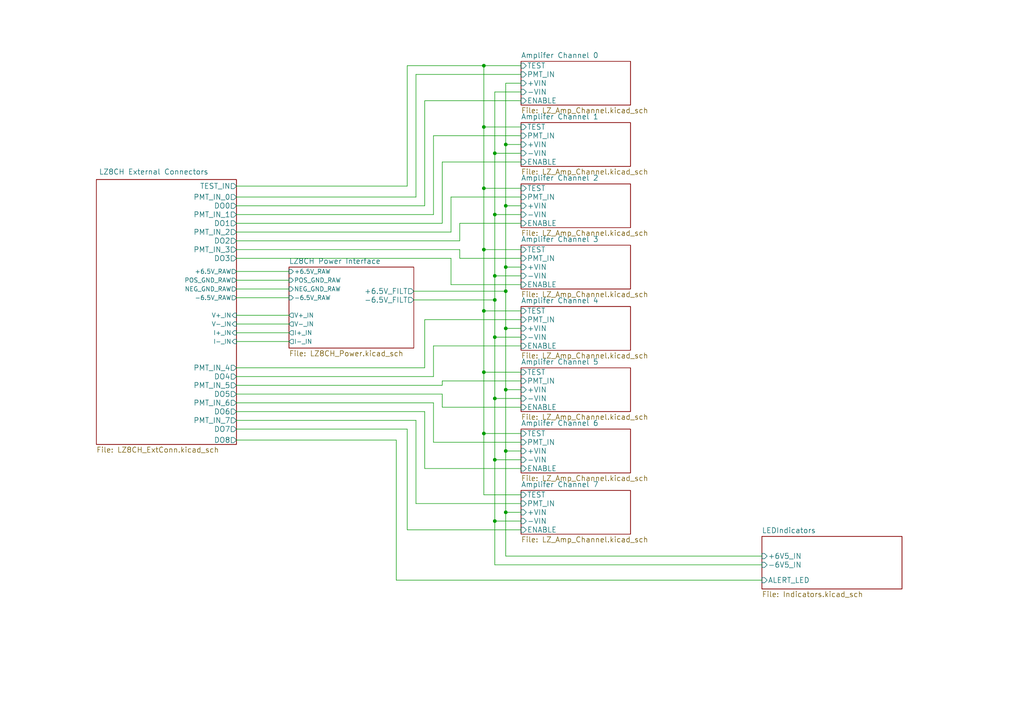
<source format=kicad_sch>
(kicad_sch
	(version 20250114)
	(generator "eeschema")
	(generator_version "9.0")
	(uuid "f89efb00-3378-4f88-9ec9-2a1aa21f73ef")
	(paper "A4")
	(title_block
		(title "LZ 8 Channel Amplifier")
		(date "2017-09-10")
		(rev "5")
		(company "UC Davis / Seth Hillbrand")
	)
	(lib_symbols)
	(junction
		(at 140.335 125.73)
		(diameter 0)
		(color 0 0 0 0)
		(uuid "15b8ea2c-154b-4e5f-b6cb-03ff909c142e")
	)
	(junction
		(at 146.685 41.91)
		(diameter 0)
		(color 0 0 0 0)
		(uuid "1bbb0940-b719-4508-b024-e7e831f8efa9")
	)
	(junction
		(at 146.685 77.47)
		(diameter 0)
		(color 0 0 0 0)
		(uuid "307ad360-7ae5-4244-a020-fd44ab7fdc62")
	)
	(junction
		(at 146.685 84.455)
		(diameter 0)
		(color 0 0 0 0)
		(uuid "334cf857-89c9-469b-b6c1-5307ebeb1371")
	)
	(junction
		(at 140.335 90.17)
		(diameter 0)
		(color 0 0 0 0)
		(uuid "4dab561a-96bb-40de-bdce-c116a22f0150")
	)
	(junction
		(at 146.685 148.59)
		(diameter 0)
		(color 0 0 0 0)
		(uuid "53d5aaa8-26d4-4f57-8ea3-5c1ebcc4f17c")
	)
	(junction
		(at 143.51 80.01)
		(diameter 0)
		(color 0 0 0 0)
		(uuid "6e617294-d5ac-4f04-9006-2a72db5a7af8")
	)
	(junction
		(at 146.685 130.81)
		(diameter 0)
		(color 0 0 0 0)
		(uuid "7779b45d-0318-40f9-bc9f-702fba367eea")
	)
	(junction
		(at 143.51 133.35)
		(diameter 0)
		(color 0 0 0 0)
		(uuid "802566c7-458b-410b-904b-281b721cfe97")
	)
	(junction
		(at 146.685 95.25)
		(diameter 0)
		(color 0 0 0 0)
		(uuid "99876cc1-3898-4d34-b187-4c41418c9366")
	)
	(junction
		(at 143.51 44.45)
		(diameter 0)
		(color 0 0 0 0)
		(uuid "a1e20da5-c6f0-4899-8da8-95732d949cec")
	)
	(junction
		(at 140.335 36.83)
		(diameter 0)
		(color 0 0 0 0)
		(uuid "a8a776f5-244a-493b-9b49-83be566a1e63")
	)
	(junction
		(at 143.51 62.23)
		(diameter 0)
		(color 0 0 0 0)
		(uuid "b3c69509-3352-48b6-b8bb-4ec7b573f627")
	)
	(junction
		(at 146.685 59.69)
		(diameter 0)
		(color 0 0 0 0)
		(uuid "c3567e15-796b-4571-9eb4-3cd07130d7a1")
	)
	(junction
		(at 143.51 97.79)
		(diameter 0)
		(color 0 0 0 0)
		(uuid "c35a2463-8192-48db-a919-1dc33c94f51f")
	)
	(junction
		(at 143.51 115.57)
		(diameter 0)
		(color 0 0 0 0)
		(uuid "c72dec70-26cb-42cb-aaaa-252ac7b0cdd6")
	)
	(junction
		(at 143.51 86.995)
		(diameter 0)
		(color 0 0 0 0)
		(uuid "c7fa8dba-2f5e-482f-ba49-6ed380cc7e38")
	)
	(junction
		(at 140.335 107.95)
		(diameter 0)
		(color 0 0 0 0)
		(uuid "c8ec68b7-de86-4e02-9b30-1f7c10e469a9")
	)
	(junction
		(at 140.335 72.39)
		(diameter 0)
		(color 0 0 0 0)
		(uuid "cded4830-e1e4-4a57-a447-7d846bdc8af0")
	)
	(junction
		(at 140.335 54.61)
		(diameter 0)
		(color 0 0 0 0)
		(uuid "f17e0750-95f8-4219-be63-5b03ed1ad0c4")
	)
	(junction
		(at 143.51 151.13)
		(diameter 0)
		(color 0 0 0 0)
		(uuid "fb1e1d2a-425f-4d53-9a8d-1a29fc5cb403")
	)
	(junction
		(at 140.335 19.05)
		(diameter 0)
		(color 0 0 0 0)
		(uuid "fcebf88b-3033-4977-b84e-aaa00dd5c1b1")
	)
	(junction
		(at 146.685 113.03)
		(diameter 0)
		(color 0 0 0 0)
		(uuid "fffd5bb6-b2a4-4400-a8c8-7f0b3b5ef7b7")
	)
	(wire
		(pts
			(xy 140.335 90.17) (xy 151.13 90.17)
		)
		(stroke
			(width 0)
			(type default)
		)
		(uuid "00ee1c47-f550-4ebb-9973-c599caf531de")
	)
	(wire
		(pts
			(xy 133.35 72.39) (xy 133.35 74.93)
		)
		(stroke
			(width 0)
			(type default)
		)
		(uuid "0c1f1c67-f4b5-422f-b2de-450bcb6e5f9f")
	)
	(wire
		(pts
			(xy 130.81 82.55) (xy 151.13 82.55)
		)
		(stroke
			(width 0)
			(type default)
		)
		(uuid "0d4581cb-1dc4-4fd0-b790-a3c1217190ea")
	)
	(wire
		(pts
			(xy 68.58 72.39) (xy 133.35 72.39)
		)
		(stroke
			(width 0)
			(type default)
		)
		(uuid "12340c99-152f-49c6-a6e8-1d05d388ce0c")
	)
	(wire
		(pts
			(xy 130.81 74.93) (xy 130.81 82.55)
		)
		(stroke
			(width 0)
			(type default)
		)
		(uuid "15e96a88-d217-4c64-9ca0-d51c99de685f")
	)
	(wire
		(pts
			(xy 140.335 54.61) (xy 140.335 72.39)
		)
		(stroke
			(width 0)
			(type default)
		)
		(uuid "182ad3cd-15f1-49a6-961b-b78380de85aa")
	)
	(wire
		(pts
			(xy 125.73 109.22) (xy 125.73 100.33)
		)
		(stroke
			(width 0)
			(type default)
		)
		(uuid "19e83e41-8bf0-4cf9-855f-ec82fdd8e640")
	)
	(wire
		(pts
			(xy 118.11 53.975) (xy 118.11 19.05)
		)
		(stroke
			(width 0)
			(type default)
		)
		(uuid "1c4bf43e-655c-4074-9df0-f4fc67fa5ec1")
	)
	(wire
		(pts
			(xy 143.51 62.23) (xy 143.51 80.01)
		)
		(stroke
			(width 0)
			(type default)
		)
		(uuid "1d3560dd-e90c-4211-83ba-5d1151403d1b")
	)
	(wire
		(pts
			(xy 140.335 125.73) (xy 151.13 125.73)
		)
		(stroke
			(width 0)
			(type default)
		)
		(uuid "1d82a6a0-5323-4a06-84c7-be8878fc3398")
	)
	(wire
		(pts
			(xy 68.58 69.85) (xy 133.35 69.85)
		)
		(stroke
			(width 0)
			(type default)
		)
		(uuid "1da2737d-5bc3-4796-acbc-bf9c2cce0510")
	)
	(wire
		(pts
			(xy 146.685 130.81) (xy 146.685 148.59)
		)
		(stroke
			(width 0)
			(type default)
		)
		(uuid "1e9f2022-1d4d-4a42-b31a-d91ed62b379a")
	)
	(wire
		(pts
			(xy 151.13 113.03) (xy 146.685 113.03)
		)
		(stroke
			(width 0)
			(type default)
		)
		(uuid "269d9713-bb28-4990-bec8-b5ec0221aeec")
	)
	(wire
		(pts
			(xy 123.19 59.69) (xy 123.19 29.21)
		)
		(stroke
			(width 0)
			(type default)
		)
		(uuid "27b6f36b-c02b-4806-8d6d-6435bf5ad0cb")
	)
	(wire
		(pts
			(xy 143.51 80.01) (xy 151.13 80.01)
		)
		(stroke
			(width 0)
			(type default)
		)
		(uuid "29b897ca-25d2-4c7a-81bd-71a6f2b29918")
	)
	(wire
		(pts
			(xy 68.58 59.69) (xy 123.19 59.69)
		)
		(stroke
			(width 0)
			(type default)
		)
		(uuid "2a05029b-ad41-4000-b1ce-72c5b9af2f19")
	)
	(wire
		(pts
			(xy 143.51 26.67) (xy 151.13 26.67)
		)
		(stroke
			(width 0)
			(type default)
		)
		(uuid "2a253ca4-0182-4824-a968-9ea69a9f1a99")
	)
	(wire
		(pts
			(xy 118.11 153.67) (xy 151.13 153.67)
		)
		(stroke
			(width 0)
			(type default)
		)
		(uuid "2b27364f-fa69-44ca-b48d-e9e6aa0b82d9")
	)
	(wire
		(pts
			(xy 120.65 121.92) (xy 120.65 146.05)
		)
		(stroke
			(width 0)
			(type default)
		)
		(uuid "2bc2eecd-826d-45c0-988e-8a0af12e706a")
	)
	(wire
		(pts
			(xy 140.335 72.39) (xy 151.13 72.39)
		)
		(stroke
			(width 0)
			(type default)
		)
		(uuid "2cebc9b9-aefc-42ff-92d5-cb036205f08b")
	)
	(wire
		(pts
			(xy 68.58 53.975) (xy 118.11 53.975)
		)
		(stroke
			(width 0)
			(type default)
		)
		(uuid "2e08092a-8fdf-4d30-8642-6d9f1eafd407")
	)
	(wire
		(pts
			(xy 120.015 84.455) (xy 146.685 84.455)
		)
		(stroke
			(width 0)
			(type default)
		)
		(uuid "30330719-423b-47b2-9a32-8dd5f1aa0262")
	)
	(wire
		(pts
			(xy 83.82 81.28) (xy 68.58 81.28)
		)
		(stroke
			(width 0)
			(type default)
		)
		(uuid "32f5cec2-d8d1-47e7-b1bb-1cff22733a66")
	)
	(wire
		(pts
			(xy 151.13 95.25) (xy 146.685 95.25)
		)
		(stroke
			(width 0)
			(type default)
		)
		(uuid "34490817-2b03-4521-a969-fd50c94b7a24")
	)
	(wire
		(pts
			(xy 118.11 19.05) (xy 140.335 19.05)
		)
		(stroke
			(width 0)
			(type default)
		)
		(uuid "360e33ab-8a98-4f48-9210-75ee91c21ad9")
	)
	(wire
		(pts
			(xy 68.58 62.23) (xy 125.73 62.23)
		)
		(stroke
			(width 0)
			(type default)
		)
		(uuid "36b3fee7-a179-42df-87a7-510833e66bf4")
	)
	(wire
		(pts
			(xy 143.51 115.57) (xy 143.51 133.35)
		)
		(stroke
			(width 0)
			(type default)
		)
		(uuid "38bfaf3d-b959-4e16-808a-c399aa42b7ae")
	)
	(wire
		(pts
			(xy 143.51 163.83) (xy 220.98 163.83)
		)
		(stroke
			(width 0)
			(type default)
		)
		(uuid "39418d9b-7bc8-4760-8721-1b3c564aff44")
	)
	(wire
		(pts
			(xy 140.335 107.95) (xy 151.13 107.95)
		)
		(stroke
			(width 0)
			(type default)
		)
		(uuid "3bed86d3-2d31-4e89-84ba-e970e3ef9037")
	)
	(wire
		(pts
			(xy 68.58 127.635) (xy 114.935 127.635)
		)
		(stroke
			(width 0)
			(type default)
		)
		(uuid "3ccd3c6a-faaa-4a1d-ba15-a92052f8fcd5")
	)
	(wire
		(pts
			(xy 68.58 57.15) (xy 120.65 57.15)
		)
		(stroke
			(width 0)
			(type default)
		)
		(uuid "3d4944e0-942c-4fde-83fa-d3140afc42ac")
	)
	(wire
		(pts
			(xy 68.58 106.68) (xy 123.19 106.68)
		)
		(stroke
			(width 0)
			(type default)
		)
		(uuid "3ec8eceb-4af3-4d71-b235-baf0d165aa76")
	)
	(wire
		(pts
			(xy 68.58 116.84) (xy 125.73 116.84)
		)
		(stroke
			(width 0)
			(type default)
		)
		(uuid "424d36b5-102d-4c16-bc87-2dfaeeffd93a")
	)
	(wire
		(pts
			(xy 123.19 135.89) (xy 151.13 135.89)
		)
		(stroke
			(width 0)
			(type default)
		)
		(uuid "458ee86f-9cd0-40d3-8832-154064120fb5")
	)
	(wire
		(pts
			(xy 123.19 29.21) (xy 151.13 29.21)
		)
		(stroke
			(width 0)
			(type default)
		)
		(uuid "4dbbbde4-19c8-4db4-a7c5-bbec1cb8bedc")
	)
	(wire
		(pts
			(xy 140.335 36.83) (xy 140.335 54.61)
		)
		(stroke
			(width 0)
			(type default)
		)
		(uuid "5106c861-9f5f-4305-a58d-00d76d0894f6")
	)
	(wire
		(pts
			(xy 128.27 110.49) (xy 151.13 110.49)
		)
		(stroke
			(width 0)
			(type default)
		)
		(uuid "5126b561-a98e-4f6d-9d45-a2a020a93416")
	)
	(wire
		(pts
			(xy 146.685 77.47) (xy 151.13 77.47)
		)
		(stroke
			(width 0)
			(type default)
		)
		(uuid "53eee0c1-4e1a-420a-8c70-a0c7456031fc")
	)
	(wire
		(pts
			(xy 143.51 151.13) (xy 143.51 163.83)
		)
		(stroke
			(width 0)
			(type default)
		)
		(uuid "541b6129-7c52-4817-a46d-26eed4b2fce1")
	)
	(wire
		(pts
			(xy 114.935 127.635) (xy 114.935 168.275)
		)
		(stroke
			(width 0)
			(type default)
		)
		(uuid "57fc19a9-f684-488f-bee5-db1dc046e0b4")
	)
	(wire
		(pts
			(xy 133.35 69.85) (xy 133.35 64.77)
		)
		(stroke
			(width 0)
			(type default)
		)
		(uuid "5955c207-e34e-4f1d-9f37-a838fed46784")
	)
	(wire
		(pts
			(xy 140.335 90.17) (xy 140.335 107.95)
		)
		(stroke
			(width 0)
			(type default)
		)
		(uuid "626bcc69-ae0c-4f75-b181-441cb35b00cf")
	)
	(wire
		(pts
			(xy 143.51 86.995) (xy 143.51 97.79)
		)
		(stroke
			(width 0)
			(type default)
		)
		(uuid "62e40487-f0c3-415c-b91f-37198c520304")
	)
	(wire
		(pts
			(xy 151.13 41.91) (xy 146.685 41.91)
		)
		(stroke
			(width 0)
			(type default)
		)
		(uuid "64a44477-15b9-4cae-ae24-a945de4b8a5c")
	)
	(wire
		(pts
			(xy 128.27 118.11) (xy 151.13 118.11)
		)
		(stroke
			(width 0)
			(type default)
		)
		(uuid "65a975a2-6100-4750-a41e-a34e6659e183")
	)
	(wire
		(pts
			(xy 151.13 44.45) (xy 143.51 44.45)
		)
		(stroke
			(width 0)
			(type default)
		)
		(uuid "67301f59-8c77-4623-b7fe-62543852b2c8")
	)
	(wire
		(pts
			(xy 120.65 146.05) (xy 151.13 146.05)
		)
		(stroke
			(width 0)
			(type default)
		)
		(uuid "683d91fb-212d-4cfa-bfcb-6b72b6951aab")
	)
	(wire
		(pts
			(xy 68.58 83.82) (xy 83.82 83.82)
		)
		(stroke
			(width 0)
			(type default)
		)
		(uuid "6892c757-2d15-4dd9-a844-11d38ba16aa8")
	)
	(wire
		(pts
			(xy 133.35 74.93) (xy 151.13 74.93)
		)
		(stroke
			(width 0)
			(type default)
		)
		(uuid "6a4efdb5-54b5-4596-8376-4922cf69deae")
	)
	(wire
		(pts
			(xy 151.13 133.35) (xy 143.51 133.35)
		)
		(stroke
			(width 0)
			(type default)
		)
		(uuid "6a87ce8f-5e23-48c8-8911-6ec43c4f32be")
	)
	(wire
		(pts
			(xy 128.27 46.99) (xy 151.13 46.99)
		)
		(stroke
			(width 0)
			(type default)
		)
		(uuid "6c5ebbdf-5201-4992-a169-9ad70402647e")
	)
	(wire
		(pts
			(xy 140.335 72.39) (xy 140.335 90.17)
		)
		(stroke
			(width 0)
			(type default)
		)
		(uuid "6d3f427d-866c-4def-b444-60762795d2d0")
	)
	(wire
		(pts
			(xy 146.685 148.59) (xy 151.13 148.59)
		)
		(stroke
			(width 0)
			(type default)
		)
		(uuid "709b1884-cd3f-470e-981f-a2a361541c55")
	)
	(wire
		(pts
			(xy 114.935 168.275) (xy 220.98 168.275)
		)
		(stroke
			(width 0)
			(type default)
		)
		(uuid "71768ba2-f5d4-4729-98d5-1ab62e474047")
	)
	(wire
		(pts
			(xy 125.73 100.33) (xy 151.13 100.33)
		)
		(stroke
			(width 0)
			(type default)
		)
		(uuid "71a3070b-0d49-406a-abbf-0c631157f783")
	)
	(wire
		(pts
			(xy 146.685 24.13) (xy 151.13 24.13)
		)
		(stroke
			(width 0)
			(type default)
		)
		(uuid "72450099-8781-4ce3-9b7b-9989f332ab9b")
	)
	(wire
		(pts
			(xy 151.13 62.23) (xy 143.51 62.23)
		)
		(stroke
			(width 0)
			(type default)
		)
		(uuid "77753bcd-f334-434f-8569-2e656f452fb2")
	)
	(wire
		(pts
			(xy 130.81 57.15) (xy 151.13 57.15)
		)
		(stroke
			(width 0)
			(type default)
		)
		(uuid "7e1f3c9a-11eb-46c3-ab59-46ebe5a4547c")
	)
	(wire
		(pts
			(xy 140.335 107.95) (xy 140.335 125.73)
		)
		(stroke
			(width 0)
			(type default)
		)
		(uuid "7f55a41a-c675-49bf-862e-e95e05f46100")
	)
	(wire
		(pts
			(xy 68.58 78.74) (xy 83.82 78.74)
		)
		(stroke
			(width 0)
			(type default)
		)
		(uuid "809ba114-e971-4af3-90b8-d25e78ceb7ae")
	)
	(wire
		(pts
			(xy 125.73 62.23) (xy 125.73 39.37)
		)
		(stroke
			(width 0)
			(type default)
		)
		(uuid "847b94c4-c0a2-43eb-9f7e-6e9e7daed9ac")
	)
	(wire
		(pts
			(xy 151.13 115.57) (xy 143.51 115.57)
		)
		(stroke
			(width 0)
			(type default)
		)
		(uuid "84fd8e08-d7f3-4758-8dc5-7af1b336ea06")
	)
	(wire
		(pts
			(xy 128.27 111.76) (xy 128.27 110.49)
		)
		(stroke
			(width 0)
			(type default)
		)
		(uuid "85c3c751-0ebe-4bf7-95fb-f9fa962b0a6e")
	)
	(wire
		(pts
			(xy 146.685 77.47) (xy 146.685 84.455)
		)
		(stroke
			(width 0)
			(type default)
		)
		(uuid "93465f4b-8323-43b6-83e7-32238c0d5120")
	)
	(wire
		(pts
			(xy 83.82 99.06) (xy 68.58 99.06)
		)
		(stroke
			(width 0)
			(type default)
		)
		(uuid "989b16c5-6886-48d6-ad8a-313a1457046d")
	)
	(wire
		(pts
			(xy 83.82 91.44) (xy 68.58 91.44)
		)
		(stroke
			(width 0)
			(type default)
		)
		(uuid "9a0c1d03-bab6-4f38-8f80-4a2324844245")
	)
	(wire
		(pts
			(xy 143.51 26.67) (xy 143.51 44.45)
		)
		(stroke
			(width 0)
			(type default)
		)
		(uuid "9cdf3a67-76da-44c7-8c35-e476867ba178")
	)
	(wire
		(pts
			(xy 128.27 114.3) (xy 128.27 118.11)
		)
		(stroke
			(width 0)
			(type default)
		)
		(uuid "9e087753-8e47-40ad-8d90-c3bd9c05084b")
	)
	(wire
		(pts
			(xy 68.58 121.92) (xy 120.65 121.92)
		)
		(stroke
			(width 0)
			(type default)
		)
		(uuid "a10b5eaf-c7ea-4848-b8c3-85a98c34f411")
	)
	(wire
		(pts
			(xy 140.335 54.61) (xy 151.13 54.61)
		)
		(stroke
			(width 0)
			(type default)
		)
		(uuid "a2c1e830-9f0a-4cec-99e1-c52ed24c9e03")
	)
	(wire
		(pts
			(xy 68.58 67.31) (xy 130.81 67.31)
		)
		(stroke
			(width 0)
			(type default)
		)
		(uuid "a3fbfbb2-eb50-4957-8a76-1893d9dbaee1")
	)
	(wire
		(pts
			(xy 83.82 93.98) (xy 68.58 93.98)
		)
		(stroke
			(width 0)
			(type default)
		)
		(uuid "a6322931-bd7a-43ad-a242-7bfc24cf7cfd")
	)
	(wire
		(pts
			(xy 123.19 106.68) (xy 123.19 92.71)
		)
		(stroke
			(width 0)
			(type default)
		)
		(uuid "a6cccd71-bbe8-4591-ac4f-bfe8ada90f2c")
	)
	(wire
		(pts
			(xy 68.58 124.46) (xy 118.11 124.46)
		)
		(stroke
			(width 0)
			(type default)
		)
		(uuid "a6f4b2c4-8d4a-469f-9178-623a31a798d2")
	)
	(wire
		(pts
			(xy 143.51 151.13) (xy 151.13 151.13)
		)
		(stroke
			(width 0)
			(type default)
		)
		(uuid "a76e2a5c-3662-47d2-8ad7-1c72f3920af1")
	)
	(wire
		(pts
			(xy 68.58 109.22) (xy 125.73 109.22)
		)
		(stroke
			(width 0)
			(type default)
		)
		(uuid "aca35d55-c530-46cb-93e8-f98e626bbe3a")
	)
	(wire
		(pts
			(xy 146.685 59.69) (xy 146.685 77.47)
		)
		(stroke
			(width 0)
			(type default)
		)
		(uuid "b0780ed2-ffc0-4975-8ae2-bdc66e748b6d")
	)
	(wire
		(pts
			(xy 123.19 92.71) (xy 151.13 92.71)
		)
		(stroke
			(width 0)
			(type default)
		)
		(uuid "b217cec0-6e09-4919-bef7-5c7a503c1e03")
	)
	(wire
		(pts
			(xy 143.51 133.35) (xy 143.51 151.13)
		)
		(stroke
			(width 0)
			(type default)
		)
		(uuid "b540a5bd-ffd4-44bd-a632-73ba6822517d")
	)
	(wire
		(pts
			(xy 146.685 113.03) (xy 146.685 130.81)
		)
		(stroke
			(width 0)
			(type default)
		)
		(uuid "b5446072-fa7e-4727-bfd4-42dff5e0f9f7")
	)
	(wire
		(pts
			(xy 68.58 74.93) (xy 130.81 74.93)
		)
		(stroke
			(width 0)
			(type default)
		)
		(uuid "c1a7c777-2122-41b2-844c-99866c39ff66")
	)
	(wire
		(pts
			(xy 146.685 84.455) (xy 146.685 95.25)
		)
		(stroke
			(width 0)
			(type default)
		)
		(uuid "c790f7fc-894c-41d6-b6b7-7df84314173a")
	)
	(wire
		(pts
			(xy 125.73 39.37) (xy 151.13 39.37)
		)
		(stroke
			(width 0)
			(type default)
		)
		(uuid "c9cf6adc-1875-44c6-ace6-96f2ca1fac2c")
	)
	(wire
		(pts
			(xy 120.65 57.15) (xy 120.65 21.59)
		)
		(stroke
			(width 0)
			(type default)
		)
		(uuid "ca396d7a-62ce-4999-8414-2990e709b975")
	)
	(wire
		(pts
			(xy 120.65 21.59) (xy 151.13 21.59)
		)
		(stroke
			(width 0)
			(type default)
		)
		(uuid "cb05ab57-2c28-4148-afe2-fc4963dafc5b")
	)
	(wire
		(pts
			(xy 140.335 19.05) (xy 151.13 19.05)
		)
		(stroke
			(width 0)
			(type default)
		)
		(uuid "cc1388fc-3d15-4747-a97f-f0b85c40a806")
	)
	(wire
		(pts
			(xy 68.58 119.38) (xy 123.19 119.38)
		)
		(stroke
			(width 0)
			(type default)
		)
		(uuid "cc3bdbd8-6a27-4a64-98d6-cb1279d2e3f2")
	)
	(wire
		(pts
			(xy 146.685 24.13) (xy 146.685 41.91)
		)
		(stroke
			(width 0)
			(type default)
		)
		(uuid "d12c7feb-0e80-43e2-bf7c-ac121ef6d358")
	)
	(wire
		(pts
			(xy 133.35 64.77) (xy 151.13 64.77)
		)
		(stroke
			(width 0)
			(type default)
		)
		(uuid "d4a5c74d-203f-4ed3-bd2f-705c94f40e4f")
	)
	(wire
		(pts
			(xy 146.685 161.29) (xy 220.98 161.29)
		)
		(stroke
			(width 0)
			(type default)
		)
		(uuid "dcc9def7-dde1-4a0e-ac37-1bca755051f2")
	)
	(wire
		(pts
			(xy 146.685 95.25) (xy 146.685 113.03)
		)
		(stroke
			(width 0)
			(type default)
		)
		(uuid "de1e30d5-7a4f-4f2a-b579-ebdcdebc7f61")
	)
	(wire
		(pts
			(xy 146.685 41.91) (xy 146.685 59.69)
		)
		(stroke
			(width 0)
			(type default)
		)
		(uuid "de37ab15-fb90-4e1d-a37b-0f9429a6c942")
	)
	(wire
		(pts
			(xy 68.58 114.3) (xy 128.27 114.3)
		)
		(stroke
			(width 0)
			(type default)
		)
		(uuid "e12956c5-fee1-46da-855c-daba22aed08a")
	)
	(wire
		(pts
			(xy 123.19 119.38) (xy 123.19 135.89)
		)
		(stroke
			(width 0)
			(type default)
		)
		(uuid "e658aaf3-04bd-44c7-b4de-82b3ec987160")
	)
	(wire
		(pts
			(xy 143.51 80.01) (xy 143.51 86.995)
		)
		(stroke
			(width 0)
			(type default)
		)
		(uuid "e71f3884-0e92-47bb-bd76-5688009fa72b")
	)
	(wire
		(pts
			(xy 151.13 97.79) (xy 143.51 97.79)
		)
		(stroke
			(width 0)
			(type default)
		)
		(uuid "e81968f4-0b29-42a5-b258-8c065e74de42")
	)
	(wire
		(pts
			(xy 68.58 111.76) (xy 128.27 111.76)
		)
		(stroke
			(width 0)
			(type default)
		)
		(uuid "e83aecd1-965d-442c-b224-76bb90853e5e")
	)
	(wire
		(pts
			(xy 140.335 143.51) (xy 151.13 143.51)
		)
		(stroke
			(width 0)
			(type default)
		)
		(uuid "eb00fe5c-2c25-4a24-b3a8-b7815148ab9f")
	)
	(wire
		(pts
			(xy 120.015 86.995) (xy 143.51 86.995)
		)
		(stroke
			(width 0)
			(type default)
		)
		(uuid "eb511551-7898-4837-9e6b-4bac4ba4506c")
	)
	(wire
		(pts
			(xy 143.51 97.79) (xy 143.51 115.57)
		)
		(stroke
			(width 0)
			(type default)
		)
		(uuid "eb74564c-c04a-47bf-a0c9-2e5742c65585")
	)
	(wire
		(pts
			(xy 130.81 67.31) (xy 130.81 57.15)
		)
		(stroke
			(width 0)
			(type default)
		)
		(uuid "ec4c7764-4db7-42b1-8739-169a3da002d5")
	)
	(wire
		(pts
			(xy 151.13 59.69) (xy 146.685 59.69)
		)
		(stroke
			(width 0)
			(type default)
		)
		(uuid "ece43376-bed4-444b-89d2-643633693243")
	)
	(wire
		(pts
			(xy 125.73 116.84) (xy 125.73 128.27)
		)
		(stroke
			(width 0)
			(type default)
		)
		(uuid "ee6ddb4e-8722-4902-8e11-90895a9f3e3d")
	)
	(wire
		(pts
			(xy 125.73 128.27) (xy 151.13 128.27)
		)
		(stroke
			(width 0)
			(type default)
		)
		(uuid "ee82c9b7-2c23-4f31-9e4a-8d9c5a3d9e42")
	)
	(wire
		(pts
			(xy 128.27 64.77) (xy 128.27 46.99)
		)
		(stroke
			(width 0)
			(type default)
		)
		(uuid "f1a8d1b4-46f5-4ff8-ad5e-3815c59163b0")
	)
	(wire
		(pts
			(xy 140.335 36.83) (xy 151.13 36.83)
		)
		(stroke
			(width 0)
			(type default)
		)
		(uuid "f33d162b-152c-47a3-8ac4-a516a9de08d0")
	)
	(wire
		(pts
			(xy 68.58 64.77) (xy 128.27 64.77)
		)
		(stroke
			(width 0)
			(type default)
		)
		(uuid "f5e939eb-0a72-4f24-aa87-a1887079fc2e")
	)
	(wire
		(pts
			(xy 83.82 86.36) (xy 68.58 86.36)
		)
		(stroke
			(width 0)
			(type default)
		)
		(uuid "f61ff75e-a8c2-4bed-8420-2e9ac67b12d7")
	)
	(wire
		(pts
			(xy 140.335 125.73) (xy 140.335 143.51)
		)
		(stroke
			(width 0)
			(type default)
		)
		(uuid "f72efa56-90f1-496e-bf32-218f6aedf938")
	)
	(wire
		(pts
			(xy 146.685 148.59) (xy 146.685 161.29)
		)
		(stroke
			(width 0)
			(type default)
		)
		(uuid "f9e3985f-7874-4f05-90d7-19a69002866f")
	)
	(wire
		(pts
			(xy 68.58 96.52) (xy 83.82 96.52)
		)
		(stroke
			(width 0)
			(type default)
		)
		(uuid "fe1385ce-0600-4246-a92c-5ffd4f36f945")
	)
	(wire
		(pts
			(xy 118.11 124.46) (xy 118.11 153.67)
		)
		(stroke
			(width 0)
			(type default)
		)
		(uuid "fe9bbf40-8f19-47b2-812c-4e5957bb85a2")
	)
	(wire
		(pts
			(xy 140.335 19.05) (xy 140.335 36.83)
		)
		(stroke
			(width 0)
			(type default)
		)
		(uuid "fee18eff-2e64-4260-8e41-823309dc5eee")
	)
	(wire
		(pts
			(xy 151.13 130.81) (xy 146.685 130.81)
		)
		(stroke
			(width 0)
			(type default)
		)
		(uuid "ff0afc66-0604-4083-8318-d6e8bd6f9c24")
	)
	(wire
		(pts
			(xy 143.51 44.45) (xy 143.51 62.23)
		)
		(stroke
			(width 0)
			(type default)
		)
		(uuid "ff8c78cf-12b2-4d63-8f0a-87b0b9c0c75a")
	)
	(sheet
		(at 151.13 17.78)
		(size 31.75 12.7)
		(exclude_from_sim no)
		(in_bom yes)
		(on_board yes)
		(dnp no)
		(fields_autoplaced yes)
		(stroke
			(width 0)
			(type solid)
		)
		(fill
			(color 0 0 0 0.0000)
		)
		(uuid "00000000-0000-0000-0000-000057c01ceb")
		(property "Sheetname" "Amplifer Channel 0"
			(at 151.13 16.9414 0)
			(effects
				(font
					(size 1.524 1.524)
				)
				(justify left bottom)
			)
		)
		(property "Sheetfile" "LZ_Amp_Channel.kicad_sch"
			(at 151.13 31.1662 0)
			(effects
				(font
					(size 1.524 1.524)
				)
				(justify left top)
			)
		)
		(pin "-VIN" input
			(at 151.13 26.67 180)
			(uuid "8b8df1b4-6726-46bb-baa5-c08775858465")
			(effects
				(font
					(size 1.524 1.524)
				)
				(justify left)
			)
		)
		(pin "+VIN" input
			(at 151.13 24.13 180)
			(uuid "cb55fe64-3d9a-4192-9bb8-444bb43625da")
			(effects
				(font
					(size 1.524 1.524)
				)
				(justify left)
			)
		)
		(pin "PMT_IN" input
			(at 151.13 21.59 180)
			(uuid "69bfe5e7-4ca4-41f1-be9f-2d461c1dabb3")
			(effects
				(font
					(size 1.524 1.524)
				)
				(justify left)
			)
		)
		(pin "TEST" input
			(at 151.13 19.05 180)
			(uuid "cf55dead-5258-4f33-b04d-259b68a27f45")
			(effects
				(font
					(size 1.524 1.524)
				)
				(justify left)
			)
		)
		(pin "ENABLE" input
			(at 151.13 29.21 180)
			(uuid "01a9f0ef-007b-411d-a208-ec9a2798b61a")
			(effects
				(font
					(size 1.524 1.524)
				)
				(justify left)
			)
		)
		(instances
			(project "8CH_Amplifier"
				(path "/f89efb00-3378-4f88-9ec9-2a1aa21f73ef"
					(page "5")
				)
			)
		)
	)
	(sheet
		(at 151.13 35.56)
		(size 31.75 12.7)
		(exclude_from_sim no)
		(in_bom yes)
		(on_board yes)
		(dnp no)
		(fields_autoplaced yes)
		(stroke
			(width 0)
			(type solid)
		)
		(fill
			(color 0 0 0 0.0000)
		)
		(uuid "00000000-0000-0000-0000-000057e99ccf")
		(property "Sheetname" "Amplifer Channel 1"
			(at 151.13 34.7214 0)
			(effects
				(font
					(size 1.524 1.524)
				)
				(justify left bottom)
			)
		)
		(property "Sheetfile" "LZ_Amp_Channel.kicad_sch"
			(at 151.13 48.9462 0)
			(effects
				(font
					(size 1.524 1.524)
				)
				(justify left top)
			)
		)
		(pin "-VIN" input
			(at 151.13 44.45 180)
			(uuid "b8201145-d690-4345-b47a-01661c2a6247")
			(effects
				(font
					(size 1.524 1.524)
				)
				(justify left)
			)
		)
		(pin "+VIN" input
			(at 151.13 41.91 180)
			(uuid "16862090-c7c8-4d41-aa8f-8040b877599f")
			(effects
				(font
					(size 1.524 1.524)
				)
				(justify left)
			)
		)
		(pin "PMT_IN" input
			(at 151.13 39.37 180)
			(uuid "3d902fb2-eb3c-4b9b-8625-bcf83ecb51e0")
			(effects
				(font
					(size 1.524 1.524)
				)
				(justify left)
			)
		)
		(pin "TEST" input
			(at 151.13 36.83 180)
			(uuid "67a76abb-1f7a-4977-a978-31530bbe8019")
			(effects
				(font
					(size 1.524 1.524)
				)
				(justify left)
			)
		)
		(pin "ENABLE" input
			(at 151.13 46.99 180)
			(uuid "fc0d9ba8-0d10-40df-9f87-2f57c51a8a74")
			(effects
				(font
					(size 1.524 1.524)
				)
				(justify left)
			)
		)
		(instances
			(project "8CH_Amplifier"
				(path "/f89efb00-3378-4f88-9ec9-2a1aa21f73ef"
					(page "10")
				)
			)
		)
	)
	(sheet
		(at 151.13 53.34)
		(size 31.75 12.7)
		(exclude_from_sim no)
		(in_bom yes)
		(on_board yes)
		(dnp no)
		(fields_autoplaced yes)
		(stroke
			(width 0)
			(type solid)
		)
		(fill
			(color 0 0 0 0.0000)
		)
		(uuid "00000000-0000-0000-0000-000057e9a2f9")
		(property "Sheetname" "Amplifer Channel 2"
			(at 151.13 52.5014 0)
			(effects
				(font
					(size 1.524 1.524)
				)
				(justify left bottom)
			)
		)
		(property "Sheetfile" "LZ_Amp_Channel.kicad_sch"
			(at 151.13 66.7262 0)
			(effects
				(font
					(size 1.524 1.524)
				)
				(justify left top)
			)
		)
		(pin "-VIN" input
			(at 151.13 62.23 180)
			(uuid "57764548-e5f8-4bdb-bbe0-4b5cf5c8c071")
			(effects
				(font
					(size 1.524 1.524)
				)
				(justify left)
			)
		)
		(pin "+VIN" input
			(at 151.13 59.69 180)
			(uuid "84cf8521-98ed-403c-92c6-cc1e9d2f4d2a")
			(effects
				(font
					(size 1.524 1.524)
				)
				(justify left)
			)
		)
		(pin "PMT_IN" input
			(at 151.13 57.15 180)
			(uuid "24ef1cc8-74ee-4f5e-ab5a-b3c04e7a1050")
			(effects
				(font
					(size 1.524 1.524)
				)
				(justify left)
			)
		)
		(pin "TEST" input
			(at 151.13 54.61 180)
			(uuid "a0c6066f-f407-4c60-99f7-3eb61452855b")
			(effects
				(font
					(size 1.524 1.524)
				)
				(justify left)
			)
		)
		(pin "ENABLE" input
			(at 151.13 64.77 180)
			(uuid "a335c702-08be-4cad-9dc2-c17cfb91b795")
			(effects
				(font
					(size 1.524 1.524)
				)
				(justify left)
			)
		)
		(instances
			(project "8CH_Amplifier"
				(path "/f89efb00-3378-4f88-9ec9-2a1aa21f73ef"
					(page "15")
				)
			)
		)
	)
	(sheet
		(at 151.13 71.12)
		(size 31.75 12.7)
		(exclude_from_sim no)
		(in_bom yes)
		(on_board yes)
		(dnp no)
		(fields_autoplaced yes)
		(stroke
			(width 0)
			(type solid)
		)
		(fill
			(color 0 0 0 0.0000)
		)
		(uuid "00000000-0000-0000-0000-000057e9a2ff")
		(property "Sheetname" "Amplifer Channel 3"
			(at 151.13 70.2814 0)
			(effects
				(font
					(size 1.524 1.524)
				)
				(justify left bottom)
			)
		)
		(property "Sheetfile" "LZ_Amp_Channel.kicad_sch"
			(at 151.13 84.5062 0)
			(effects
				(font
					(size 1.524 1.524)
				)
				(justify left top)
			)
		)
		(pin "-VIN" input
			(at 151.13 80.01 180)
			(uuid "c8e3e915-eec3-4b40-86c5-e2daef7a6259")
			(effects
				(font
					(size 1.524 1.524)
				)
				(justify left)
			)
		)
		(pin "+VIN" input
			(at 151.13 77.47 180)
			(uuid "56d423a3-b1e5-441a-ab22-058b955f444f")
			(effects
				(font
					(size 1.524 1.524)
				)
				(justify left)
			)
		)
		(pin "PMT_IN" input
			(at 151.13 74.93 180)
			(uuid "9eedc386-cd49-4578-8601-6cd7ce1d84a3")
			(effects
				(font
					(size 1.524 1.524)
				)
				(justify left)
			)
		)
		(pin "TEST" input
			(at 151.13 72.39 180)
			(uuid "5fa4976f-cf60-47b8-894d-1193ca861122")
			(effects
				(font
					(size 1.524 1.524)
				)
				(justify left)
			)
		)
		(pin "ENABLE" input
			(at 151.13 82.55 180)
			(uuid "bb993720-62c4-4de7-aa13-7ab1e836ee5b")
			(effects
				(font
					(size 1.524 1.524)
				)
				(justify left)
			)
		)
		(instances
			(project "8CH_Amplifier"
				(path "/f89efb00-3378-4f88-9ec9-2a1aa21f73ef"
					(page "20")
				)
			)
		)
	)
	(sheet
		(at 151.13 88.9)
		(size 31.75 12.7)
		(exclude_from_sim no)
		(in_bom yes)
		(on_board yes)
		(dnp no)
		(fields_autoplaced yes)
		(stroke
			(width 0)
			(type solid)
		)
		(fill
			(color 0 0 0 0.0000)
		)
		(uuid "00000000-0000-0000-0000-000057e9b5b0")
		(property "Sheetname" "Amplifer Channel 4"
			(at 151.13 88.0614 0)
			(effects
				(font
					(size 1.524 1.524)
				)
				(justify left bottom)
			)
		)
		(property "Sheetfile" "LZ_Amp_Channel.kicad_sch"
			(at 151.13 102.2862 0)
			(effects
				(font
					(size 1.524 1.524)
				)
				(justify left top)
			)
		)
		(pin "-VIN" input
			(at 151.13 97.79 180)
			(uuid "785e9159-ce7a-47b5-a969-51dd8df26139")
			(effects
				(font
					(size 1.524 1.524)
				)
				(justify left)
			)
		)
		(pin "+VIN" input
			(at 151.13 95.25 180)
			(uuid "543956a0-060c-4ae5-89da-b98b9b8b0ef9")
			(effects
				(font
					(size 1.524 1.524)
				)
				(justify left)
			)
		)
		(pin "PMT_IN" input
			(at 151.13 92.71 180)
			(uuid "107916fa-02d9-4ef7-a0f3-e2d63ce0e768")
			(effects
				(font
					(size 1.524 1.524)
				)
				(justify left)
			)
		)
		(pin "TEST" input
			(at 151.13 90.17 180)
			(uuid "b0960a28-1dfd-4ba3-9ec6-642f649d9ffc")
			(effects
				(font
					(size 1.524 1.524)
				)
				(justify left)
			)
		)
		(pin "ENABLE" input
			(at 151.13 100.33 180)
			(uuid "d7ed2087-42f8-4ebb-bd68-e12146610983")
			(effects
				(font
					(size 1.524 1.524)
				)
				(justify left)
			)
		)
		(instances
			(project "8CH_Amplifier"
				(path "/f89efb00-3378-4f88-9ec9-2a1aa21f73ef"
					(page "25")
				)
			)
		)
	)
	(sheet
		(at 151.13 106.68)
		(size 31.75 12.7)
		(exclude_from_sim no)
		(in_bom yes)
		(on_board yes)
		(dnp no)
		(fields_autoplaced yes)
		(stroke
			(width 0)
			(type solid)
		)
		(fill
			(color 0 0 0 0.0000)
		)
		(uuid "00000000-0000-0000-0000-000057e9b5b6")
		(property "Sheetname" "Amplifer Channel 5"
			(at 151.13 105.8414 0)
			(effects
				(font
					(size 1.524 1.524)
				)
				(justify left bottom)
			)
		)
		(property "Sheetfile" "LZ_Amp_Channel.kicad_sch"
			(at 151.13 120.0662 0)
			(effects
				(font
					(size 1.524 1.524)
				)
				(justify left top)
			)
		)
		(pin "-VIN" input
			(at 151.13 115.57 180)
			(uuid "b3f8512c-d7f9-4f89-b27a-f9f793f015a2")
			(effects
				(font
					(size 1.524 1.524)
				)
				(justify left)
			)
		)
		(pin "+VIN" input
			(at 151.13 113.03 180)
			(uuid "1a0d6c91-ac04-40dc-8ef4-b50f26b9918b")
			(effects
				(font
					(size 1.524 1.524)
				)
				(justify left)
			)
		)
		(pin "PMT_IN" input
			(at 151.13 110.49 180)
			(uuid "4fa034fc-d8b6-4fe7-99d8-a2b70e012244")
			(effects
				(font
					(size 1.524 1.524)
				)
				(justify left)
			)
		)
		(pin "TEST" input
			(at 151.13 107.95 180)
			(uuid "748dba8b-f22c-45a8-a2ac-b377f6e46875")
			(effects
				(font
					(size 1.524 1.524)
				)
				(justify left)
			)
		)
		(pin "ENABLE" input
			(at 151.13 118.11 180)
			(uuid "9a720877-a872-48c5-aa75-d8115627baf6")
			(effects
				(font
					(size 1.524 1.524)
				)
				(justify left)
			)
		)
		(instances
			(project "8CH_Amplifier"
				(path "/f89efb00-3378-4f88-9ec9-2a1aa21f73ef"
					(page "30")
				)
			)
		)
	)
	(sheet
		(at 151.13 124.46)
		(size 31.75 12.7)
		(exclude_from_sim no)
		(in_bom yes)
		(on_board yes)
		(dnp no)
		(fields_autoplaced yes)
		(stroke
			(width 0)
			(type solid)
		)
		(fill
			(color 0 0 0 0.0000)
		)
		(uuid "00000000-0000-0000-0000-000057e9b5bc")
		(property "Sheetname" "Amplifer Channel 6"
			(at 151.13 123.6214 0)
			(effects
				(font
					(size 1.524 1.524)
				)
				(justify left bottom)
			)
		)
		(property "Sheetfile" "LZ_Amp_Channel.kicad_sch"
			(at 151.13 137.8462 0)
			(effects
				(font
					(size 1.524 1.524)
				)
				(justify left top)
			)
		)
		(pin "-VIN" input
			(at 151.13 133.35 180)
			(uuid "873e64aa-ba39-4f06-aa84-edc39ed5b6bf")
			(effects
				(font
					(size 1.524 1.524)
				)
				(justify left)
			)
		)
		(pin "+VIN" input
			(at 151.13 130.81 180)
			(uuid "0d462621-1f6f-4d91-817b-46bb55f3651e")
			(effects
				(font
					(size 1.524 1.524)
				)
				(justify left)
			)
		)
		(pin "PMT_IN" input
			(at 151.13 128.27 180)
			(uuid "6204f137-a11e-4e74-b8f3-263be6cf73d4")
			(effects
				(font
					(size 1.524 1.524)
				)
				(justify left)
			)
		)
		(pin "TEST" input
			(at 151.13 125.73 180)
			(uuid "bea7d3cd-aeb8-4dc4-b8b2-55cc0dc8591d")
			(effects
				(font
					(size 1.524 1.524)
				)
				(justify left)
			)
		)
		(pin "ENABLE" input
			(at 151.13 135.89 180)
			(uuid "d8f3fc3a-0158-4d30-bb39-ce3b19da4fc3")
			(effects
				(font
					(size 1.524 1.524)
				)
				(justify left)
			)
		)
		(instances
			(project "8CH_Amplifier"
				(path "/f89efb00-3378-4f88-9ec9-2a1aa21f73ef"
					(page "35")
				)
			)
		)
	)
	(sheet
		(at 151.13 142.24)
		(size 31.75 12.7)
		(exclude_from_sim no)
		(in_bom yes)
		(on_board yes)
		(dnp no)
		(fields_autoplaced yes)
		(stroke
			(width 0)
			(type solid)
		)
		(fill
			(color 0 0 0 0.0000)
		)
		(uuid "00000000-0000-0000-0000-000057e9b5c2")
		(property "Sheetname" "Amplifer Channel 7"
			(at 151.13 141.4014 0)
			(effects
				(font
					(size 1.524 1.524)
				)
				(justify left bottom)
			)
		)
		(property "Sheetfile" "LZ_Amp_Channel.kicad_sch"
			(at 151.13 155.6262 0)
			(effects
				(font
					(size 1.524 1.524)
				)
				(justify left top)
			)
		)
		(pin "-VIN" input
			(at 151.13 151.13 180)
			(uuid "ad02d254-4086-4900-87c0-5b66d68b28b7")
			(effects
				(font
					(size 1.524 1.524)
				)
				(justify left)
			)
		)
		(pin "+VIN" input
			(at 151.13 148.59 180)
			(uuid "36486ceb-372c-4cd5-b9f5-50f8b97a9a8b")
			(effects
				(font
					(size 1.524 1.524)
				)
				(justify left)
			)
		)
		(pin "PMT_IN" input
			(at 151.13 146.05 180)
			(uuid "98b30e87-0d70-410f-8ebe-e2173a763755")
			(effects
				(font
					(size 1.524 1.524)
				)
				(justify left)
			)
		)
		(pin "TEST" input
			(at 151.13 143.51 180)
			(uuid "47dcd896-4a4f-4e65-a5a5-f53cf0f8b409")
			(effects
				(font
					(size 1.524 1.524)
				)
				(justify left)
			)
		)
		(pin "ENABLE" input
			(at 151.13 153.67 180)
			(uuid "893a545c-9782-493b-8349-586a138efb6b")
			(effects
				(font
					(size 1.524 1.524)
				)
				(justify left)
			)
		)
		(instances
			(project "8CH_Amplifier"
				(path "/f89efb00-3378-4f88-9ec9-2a1aa21f73ef"
					(page "40")
				)
			)
		)
	)
	(sheet
		(at 83.82 77.47)
		(size 36.195 23.495)
		(exclude_from_sim no)
		(in_bom yes)
		(on_board yes)
		(dnp no)
		(fields_autoplaced yes)
		(stroke
			(width 0)
			(type solid)
		)
		(fill
			(color 0 0 0 0.0000)
		)
		(uuid "00000000-0000-0000-0000-000057f4a4b7")
		(property "Sheetname" "LZ8CH Power Interface"
			(at 83.82 76.6314 0)
			(effects
				(font
					(size 1.524 1.524)
				)
				(justify left bottom)
			)
		)
		(property "Sheetfile" "LZ8CH_Power.kicad_sch"
			(at 83.82 101.6512 0)
			(effects
				(font
					(size 1.524 1.524)
				)
				(justify left top)
			)
		)
		(pin "+6.5V_FILT" output
			(at 120.015 84.455 0)
			(uuid "b29117c2-48bd-41f3-8b70-95f2d3c78c7b")
			(effects
				(font
					(size 1.524 1.524)
				)
				(justify right)
			)
		)
		(pin "-6.5V_FILT" output
			(at 120.015 86.995 0)
			(uuid "7a39438e-3e35-45c7-a92a-6dab414327a8")
			(effects
				(font
					(size 1.524 1.524)
				)
				(justify right)
			)
		)
		(pin "+6.5V_RAW" input
			(at 83.82 78.74 180)
			(uuid "ffbeb870-dd02-4e59-9c54-2085c084ee85")
			(effects
				(font
					(size 1.27 1.27)
				)
				(justify left)
			)
		)
		(pin "-6.5V_RAW" input
			(at 83.82 86.36 180)
			(uuid "30a8cc7b-eb1a-414e-80e9-79f7d37682f8")
			(effects
				(font
					(size 1.27 1.27)
				)
				(justify left)
			)
		)
		(pin "V+_IN" output
			(at 83.82 91.44 180)
			(uuid "544b5c5d-b2e2-4ecf-ada2-f7129eaab84f")
			(effects
				(font
					(size 1.27 1.27)
				)
				(justify left)
			)
		)
		(pin "V-_IN" output
			(at 83.82 93.98 180)
			(uuid "a3b50962-7069-4462-b3ff-7dee3da7c9fb")
			(effects
				(font
					(size 1.27 1.27)
				)
				(justify left)
			)
		)
		(pin "I-_IN" output
			(at 83.82 99.06 180)
			(uuid "497f6d02-4d7d-40f8-b78e-1fccef2c0e03")
			(effects
				(font
					(size 1.27 1.27)
				)
				(justify left)
			)
		)
		(pin "I+_IN" output
			(at 83.82 96.52 180)
			(uuid "d9047de5-fd81-440d-a4f7-b349860d668f")
			(effects
				(font
					(size 1.27 1.27)
				)
				(justify left)
			)
		)
		(pin "POS_GND_RAW" input
			(at 83.82 81.28 180)
			(uuid "3eabaf6f-e5a1-40c0-831d-23dfa6a44a42")
			(effects
				(font
					(size 1.27 1.27)
				)
				(justify left)
			)
		)
		(pin "NEG_GND_RAW" input
			(at 83.82 83.82 180)
			(uuid "7482c612-3129-41a2-ba87-3dffade315d1")
			(effects
				(font
					(size 1.27 1.27)
				)
				(justify left)
			)
		)
		(instances
			(project "8CH_Amplifier"
				(path "/f89efb00-3378-4f88-9ec9-2a1aa21f73ef"
					(page "4")
				)
			)
		)
	)
	(sheet
		(at 27.94 52.07)
		(size 40.64 76.835)
		(exclude_from_sim no)
		(in_bom yes)
		(on_board yes)
		(dnp no)
		(stroke
			(width 0)
			(type solid)
		)
		(fill
			(color 0 0 0 0.0000)
		)
		(uuid "00000000-0000-0000-0000-000057f50161")
		(property "Sheetname" "LZ8CH External Connectors"
			(at 28.702 50.7234 0)
			(effects
				(font
					(size 1.524 1.524)
				)
				(justify left bottom)
			)
		)
		(property "Sheetfile" "LZ8CH_ExtConn.kicad_sch"
			(at 27.94 129.5912 0)
			(effects
				(font
					(size 1.524 1.524)
				)
				(justify left top)
			)
		)
		(pin "PMT_IN_0" output
			(at 68.58 57.15 0)
			(uuid "41e83434-7143-4a37-819e-4a3eea32ae84")
			(effects
				(font
					(size 1.524 1.524)
				)
				(justify right)
			)
		)
		(pin "PMT_IN_1" output
			(at 68.58 62.23 0)
			(uuid "798c8d41-b00a-4b53-a1b3-ce517b33435c")
			(effects
				(font
					(size 1.524 1.524)
				)
				(justify right)
			)
		)
		(pin "PMT_IN_2" output
			(at 68.58 67.31 0)
			(uuid "7817cd76-8e58-4a8d-8026-27fdf7c4e2ac")
			(effects
				(font
					(size 1.524 1.524)
				)
				(justify right)
			)
		)
		(pin "PMT_IN_3" output
			(at 68.58 72.39 0)
			(uuid "e00ae00a-78f8-4a28-82c4-dc6feea218ec")
			(effects
				(font
					(size 1.524 1.524)
				)
				(justify right)
			)
		)
		(pin "PMT_IN_4" output
			(at 68.58 106.68 0)
			(uuid "d29168dd-5c38-496e-91c7-197022cb8927")
			(effects
				(font
					(size 1.524 1.524)
				)
				(justify right)
			)
		)
		(pin "PMT_IN_5" output
			(at 68.58 111.76 0)
			(uuid "c54ad2c7-77ae-4078-9480-3dbf0cdc0f6f")
			(effects
				(font
					(size 1.524 1.524)
				)
				(justify right)
			)
		)
		(pin "PMT_IN_6" output
			(at 68.58 116.84 0)
			(uuid "eec4cf33-fb08-4f23-bf74-bd519143cb88")
			(effects
				(font
					(size 1.524 1.524)
				)
				(justify right)
			)
		)
		(pin "PMT_IN_7" output
			(at 68.58 121.92 0)
			(uuid "10a48815-fe78-40d8-9297-83e0d07719f5")
			(effects
				(font
					(size 1.524 1.524)
				)
				(justify right)
			)
		)
		(pin "+6.5V_RAW" output
			(at 68.58 78.74 0)
			(uuid "05b25b8f-709b-46fb-a95a-98a8c5381b79")
			(effects
				(font
					(size 1.27 1.27)
				)
				(justify right)
			)
		)
		(pin "-6.5V_RAW" output
			(at 68.58 86.36 0)
			(uuid "b2661bdf-d506-41d6-bdad-92d299a71382")
			(effects
				(font
					(size 1.27 1.27)
				)
				(justify right)
			)
		)
		(pin "V+_IN" input
			(at 68.58 91.44 0)
			(uuid "f5112e77-3349-4fcf-a64d-b90f17ba05b1")
			(effects
				(font
					(size 1.27 1.27)
				)
				(justify right)
			)
		)
		(pin "V-_IN" input
			(at 68.58 93.98 0)
			(uuid "5eea5437-f5fa-4b61-99e1-7a13682b1d37")
			(effects
				(font
					(size 1.27 1.27)
				)
				(justify right)
			)
		)
		(pin "I+_IN" input
			(at 68.58 96.52 0)
			(uuid "cc978693-6d24-4a2e-8b66-c931468d002f")
			(effects
				(font
					(size 1.27 1.27)
				)
				(justify right)
			)
		)
		(pin "I-_IN" input
			(at 68.58 99.06 0)
			(uuid "03fd612b-0a05-4ed2-abf9-9b8e4955c339")
			(effects
				(font
					(size 1.27 1.27)
				)
				(justify right)
			)
		)
		(pin "POS_GND_RAW" output
			(at 68.58 81.28 0)
			(uuid "3e146f34-07ba-44cf-acca-b646311fc8d2")
			(effects
				(font
					(size 1.27 1.27)
				)
				(justify right)
			)
		)
		(pin "NEG_GND_RAW" output
			(at 68.58 83.82 0)
			(uuid "263ac7d9-a481-4eb9-8d56-ed5f0374dadd")
			(effects
				(font
					(size 1.27 1.27)
				)
				(justify right)
			)
		)
		(pin "TEST_IN" output
			(at 68.58 53.975 0)
			(uuid "0ad02de3-a20f-4d58-9eea-c249d8317a98")
			(effects
				(font
					(size 1.524 1.524)
				)
				(justify right)
			)
		)
		(pin "DO0" output
			(at 68.58 59.69 0)
			(uuid "990037db-d08a-40a7-a615-88fdae21822a")
			(effects
				(font
					(size 1.524 1.524)
				)
				(justify right)
			)
		)
		(pin "DO1" output
			(at 68.58 64.77 0)
			(uuid "acc200ad-3078-4df3-8d30-07992a2a9e58")
			(effects
				(font
					(size 1.524 1.524)
				)
				(justify right)
			)
		)
		(pin "DO2" output
			(at 68.58 69.85 0)
			(uuid "1e8c4a2b-57c1-475d-a690-75b9969731e0")
			(effects
				(font
					(size 1.524 1.524)
				)
				(justify right)
			)
		)
		(pin "DO3" output
			(at 68.58 74.93 0)
			(uuid "9cf6b7de-616c-4480-930f-32421892f32a")
			(effects
				(font
					(size 1.524 1.524)
				)
				(justify right)
			)
		)
		(pin "DO4" output
			(at 68.58 109.22 0)
			(uuid "d1f88959-e93d-4943-b553-8a652a5286a1")
			(effects
				(font
					(size 1.524 1.524)
				)
				(justify right)
			)
		)
		(pin "DO5" output
			(at 68.58 114.3 0)
			(uuid "82ee91f0-aa38-4210-95e7-264c449d6db0")
			(effects
				(font
					(size 1.524 1.524)
				)
				(justify right)
			)
		)
		(pin "DO6" output
			(at 68.58 119.38 0)
			(uuid "b03e26fb-982d-47f0-b980-6d32c2f42f12")
			(effects
				(font
					(size 1.524 1.524)
				)
				(justify right)
			)
		)
		(pin "DO7" output
			(at 68.58 124.46 0)
			(uuid "22a245ab-d7a8-4e2e-a58b-57b62befbcac")
			(effects
				(font
					(size 1.524 1.524)
				)
				(justify right)
			)
		)
		(pin "DO8" output
			(at 68.58 127.635 0)
			(uuid "f276ca9f-d960-4eaf-99cc-bb4a5390c78e")
			(effects
				(font
					(size 1.524 1.524)
				)
				(justify right)
			)
		)
		(instances
			(project "8CH_Amplifier"
				(path "/f89efb00-3378-4f88-9ec9-2a1aa21f73ef"
					(page "2")
				)
			)
		)
	)
	(sheet
		(at 220.98 155.575)
		(size 40.64 15.24)
		(exclude_from_sim no)
		(in_bom yes)
		(on_board yes)
		(dnp no)
		(fields_autoplaced yes)
		(stroke
			(width 0)
			(type solid)
		)
		(fill
			(color 0 0 0 0.0000)
		)
		(uuid "00000000-0000-0000-0000-0000580af358")
		(property "Sheetname" "LEDIndicators"
			(at 220.98 154.7364 0)
			(effects
				(font
					(size 1.524 1.524)
				)
				(justify left bottom)
			)
		)
		(property "Sheetfile" "Indicators.kicad_sch"
			(at 220.98 171.5012 0)
			(effects
				(font
					(size 1.524 1.524)
				)
				(justify left top)
			)
		)
		(pin "+6V5_IN" input
			(at 220.98 161.29 180)
			(uuid "4ba55f87-f0de-4f4c-9ae7-089fc4f382f5")
			(effects
				(font
					(size 1.524 1.524)
				)
				(justify left)
			)
		)
		(pin "-6V5_IN" input
			(at 220.98 163.83 180)
			(uuid "5be55e96-07ac-4504-a558-ba73c137df19")
			(effects
				(font
					(size 1.524 1.524)
				)
				(justify left)
			)
		)
		(pin "ALERT_LED" input
			(at 220.98 168.275 180)
			(uuid "76f137c2-ccb4-46dd-aaa7-678336e2b0a4")
			(effects
				(font
					(size 1.524 1.524)
				)
				(justify left)
			)
		)
		(instances
			(project "8CH_Amplifier"
				(path "/f89efb00-3378-4f88-9ec9-2a1aa21f73ef"
					(page "45")
				)
			)
		)
	)
	(sheet_instances
		(path "/"
			(page "1")
		)
	)
	(embedded_fonts no)
)

</source>
